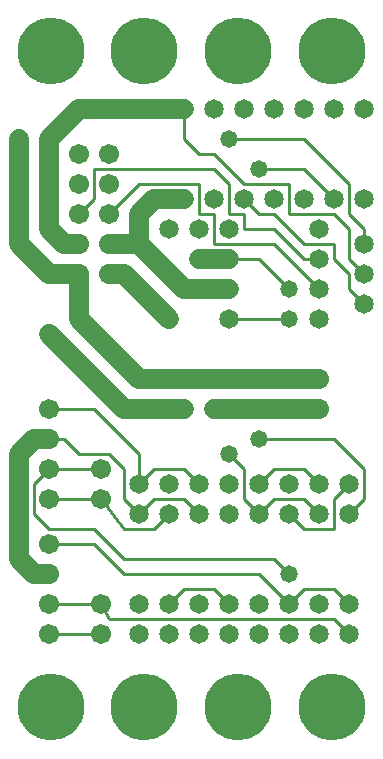
<source format=gbl>
%MOIN*%
%FSLAX25Y25*%
G04 D10 used for Character Trace; *
G04     Circle (OD=.01000) (No hole)*
G04 D11 used for Power Trace; *
G04     Circle (OD=.06500) (No hole)*
G04 D12 used for Signal Trace; *
G04     Circle (OD=.01100) (No hole)*
G04 D13 used for Via; *
G04     Circle (OD=.05800) (Round. Hole ID=.02800)*
G04 D14 used for Component hole; *
G04     Circle (OD=.06500) (Round. Hole ID=.03500)*
G04 D15 used for Component hole; *
G04     Circle (OD=.06700) (Round. Hole ID=.04300)*
G04 D16 used for Component hole; *
G04     Circle (OD=.08100) (Round. Hole ID=.05100)*
G04 D17 used for Component hole; *
G04     Circle (OD=.08900) (Round. Hole ID=.05900)*
G04 D18 used for Component hole; *
G04     Circle (OD=.11300) (Round. Hole ID=.08300)*
G04 D19 used for Component hole; *
G04     Circle (OD=.16000) (Round. Hole ID=.13000)*
G04 D20 used for Component hole; *
G04     Circle (OD=.18300) (Round. Hole ID=.15300)*
G04 D21 used for Component hole; *
G04     Circle (OD=.22291) (Round. Hole ID=.19291)*
%ADD10C,.01000*%
%ADD11C,.06500*%
%ADD12C,.01100*%
%ADD13C,.05800*%
%ADD14C,.06500*%
%ADD15C,.06700*%
%ADD16C,.08100*%
%ADD17C,.08900*%
%ADD18C,.11300*%
%ADD19C,.16000*%
%ADD20C,.18300*%
%ADD21C,.22291*%
%IPPOS*%
%LPD*%
G90*X0Y0D02*D21*X15625Y15625D03*D15*              
X32500Y40000D03*D12*X15000D01*D15*D03*Y50000D03*  
D12*X32500D01*D15*D03*D12*X35000Y45000D01*        
X110000D01*X115000Y40000D01*D14*D03*              
X105000Y50000D03*X115000D03*D12*X110000Y55000D01* 
X100000D01*X95000Y50000D01*D14*D03*D12*           
X85000Y60000D01*X40000D01*X30000Y70000D01*        
X15000D01*D15*D03*D12*Y75000D02*X30000D01*        
X40000Y65000D01*X90000D01*X95000Y60000D01*D13*D03*
D14*X85000Y50000D03*D12*X100000Y75000D02*         
X110000D01*X100000D02*X95000Y80000D01*D14*D03*D12*
X105000D02*X100000Y85000D01*D14*X105000Y80000D03* 
D12*X110000Y75000D02*Y85000D01*X115000Y90000D01*  
D14*D03*D12*Y80000D02*X120000Y85000D01*D14*       
X115000Y80000D03*D12*X120000Y85000D02*Y95000D01*  
X110000Y105000D01*X85000D01*D13*D03*D12*          
X80000Y85000D02*Y95000D01*X85000Y80000D02*        
X80000Y85000D01*D14*X85000Y80000D03*D12*          
X90000Y85000D01*X100000D01*D14*X105000Y90000D03*  
D12*X100000Y95000D01*X90000D01*X85000Y90000D01*   
D14*D03*D12*X80000Y95000D02*X75000Y100000D01*D13* 
D03*D14*X65000Y90000D03*D12*X60000Y95000D01*      
X50000D01*X45000Y90000D01*D14*D03*D12*Y100000D01* 
X30000Y115000D01*X15000D01*D15*D03*D11*           
X5000Y100000D02*X10000Y105000D01*X5000Y65000D02*  
Y100000D01*X10000Y60000D02*X5000Y65000D01*        
X10000Y60000D02*X15000D01*D15*D03*D12*Y75000D02*  
X10000Y80000D01*Y90000D01*X15000Y95000D01*D15*D03*
D12*X32500D01*D15*D03*D12*X40000D02*              
X35000Y100000D01*X40000Y85000D02*Y95000D01*       
X45000Y80000D02*X40000Y85000D01*D14*              
X45000Y80000D03*D12*X50000Y85000D01*X60000D01*    
X65000Y80000D01*D14*D03*X75000Y90000D03*X55000D03*
X75000Y80000D03*X55000D03*D12*X50000Y75000D01*    
X40000D01*X32500Y85000D01*D15*D03*D12*X15000D01*  
D15*D03*D12*X25000Y100000D02*X35000D01*X25000D02* 
X20000Y105000D01*X15000D01*D15*D03*D11*X10000D01* 
X40000Y115000D02*X45000D01*D14*D03*D11*X60000D01* 
D14*D03*X65000Y125000D03*D11*X45000D01*D14*D03*   
D11*X25000Y145000D01*Y160000D01*D15*D03*D11*      
X15000D01*X5000Y170000D01*Y205000D01*D13*D03*D11* 
X15000Y175000D02*Y205000D01*X20000Y170000D02*     
X15000Y175000D01*X20000Y170000D02*X25000D01*D15*  
D03*X35000Y160000D03*D11*X40000D01*               
X55000Y145000D01*D13*D03*D14*X65000Y155000D03*D11*
X60000D01*X45000Y170000D01*X35000D01*D15*D03*D11* 
X45000D02*Y180000D01*D15*X35000D03*D12*           
X45000Y190000D01*X65000D01*Y180000D01*X70000D01*  
Y170000D01*X90000D01*X105000Y155000D01*D14*D03*   
D12*X120000Y160000D02*X115000Y165000D01*D14*      
X120000Y160000D03*D12*X115000Y165000D02*          
Y175000D01*X110000Y180000D01*X95000D01*Y190000D01*
X80000D01*X70000Y200000D01*X65000D01*             
X60000Y205000D01*Y215000D01*D14*D03*D11*X25000D01*
X15000Y205000D01*D15*X25000Y200000D03*D12*        
X30000Y185000D02*Y195000D01*X25000Y180000D02*     
X30000Y185000D01*D15*X25000Y180000D03*            
X35000Y190000D03*X25000D03*D12*X30000Y195000D02*  
X70000D01*X75000Y190000D01*Y180000D01*X80000D01*  
Y175000D01*X90000D01*X100000Y165000D01*X105000D01*
D14*D03*D12*X110000D02*Y170000D01*                
X115000Y160000D02*X110000Y165000D01*              
X115000Y155000D02*Y160000D01*X120000Y150000D02*   
X115000Y155000D01*D14*X120000Y150000D03*          
X105000Y145000D03*D12*X100000Y170000D02*          
X110000D01*D14*X105000Y175000D03*D12*X120000D02*  
X115000Y180000D01*X120000Y170000D02*Y175000D01*   
D14*Y170000D03*D12*X115000Y180000D02*Y190000D01*  
X100000Y205000D01*X75000D01*D13*D03*              
X85000Y195000D03*D12*X100000D01*X110000Y185000D01*
D14*D03*X120000D03*X100000D03*D12*Y170000D02*     
X90000Y180000D01*X85000D01*X80000Y185000D01*D14*  
D03*X75000Y175000D03*X90000Y185000D03*X70000D03*  
X65000Y175000D03*Y165000D03*D11*X75000D01*D14*D03*
D12*X85000D01*X95000Y155000D01*D13*D03*Y145000D03*
D12*X75000D01*D14*D03*D11*X65000Y155000D02*       
X75000D01*D14*D03*X55000Y175000D03*D15*           
X105000Y125000D03*D11*X65000D01*D14*              
X70000Y115000D03*D11*X105000D01*D15*D03*D14*      
X95000Y90000D03*D12*X55000Y50000D02*              
X60000Y55000D01*D14*X55000Y50000D03*D12*          
X60000Y55000D02*X70000D01*X75000Y50000D01*D14*D03*
X85000Y40000D03*X65000D03*Y50000D03*              
X75000Y40000D03*X95000D03*X55000D03*X105000D03*   
X45000Y50000D03*Y40000D03*D21*X109375Y15625D03*   
X46875D03*X78125D03*D11*X40000Y115000D02*         
X15000Y140000D01*D13*D03*D11*X45000Y180000D02*    
X50000Y185000D01*X60000D01*D14*D03*D15*           
X35000Y200000D03*D14*X90000Y215000D03*X80000D03*  
X70000D03*X100000D03*D21*X109375Y234375D03*       
X78125D03*X46875D03*D14*X110000Y215000D03*D21*    
X15625Y234375D03*D14*X120000Y215000D03*M02*       

</source>
